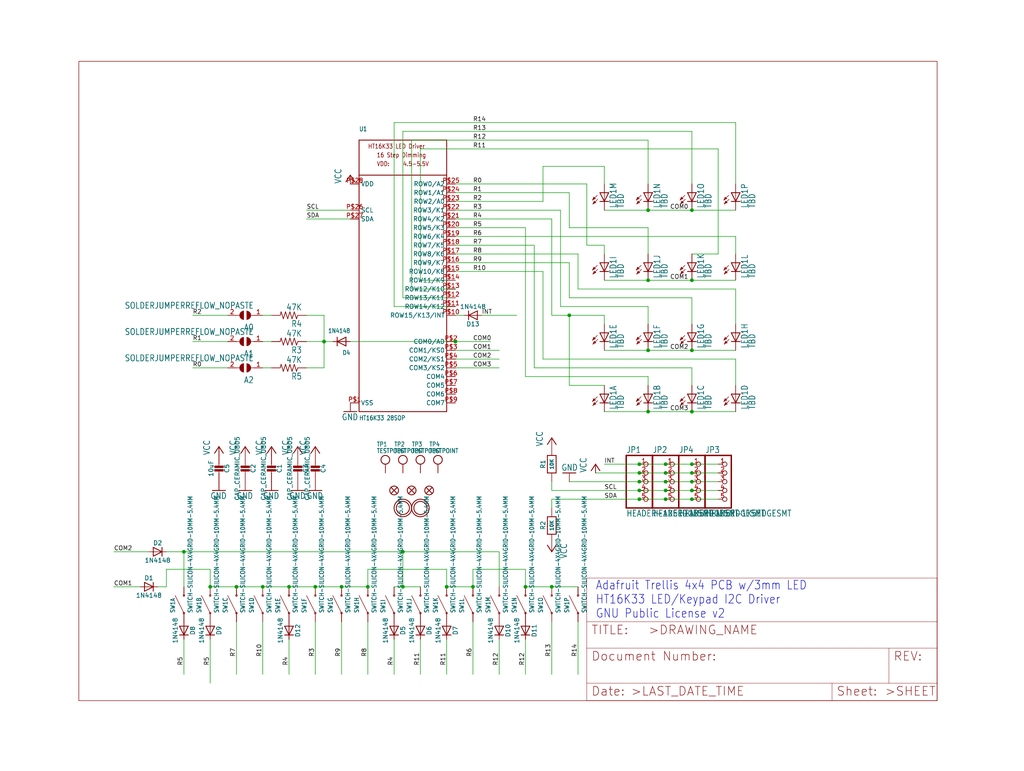
<source format=kicad_sch>
(kicad_sch (version 20211123) (generator eeschema)
  (paper "User" 297.002 223.571)
  (junction (at 185.42 139.7))
  (junction (at 76.2 170.18))
  (junction (at 200.66 60.96))
  (junction (at 200.66 134.62))
  (junction (at 187.96 60.96))
  (junction (at 116.84 170.18))
  (junction (at 185.42 144.78))
  (junction (at 165.1 91.44))
  (junction (at 200.66 101.6))
  (junction (at 129.54 170.18))
  (junction (at 91.44 170.18))
  (junction (at 187.96 119.38))
  (junction (at 60.96 170.18))
  (junction (at 193.04 142.24))
  (junction (at 193.04 139.7))
  (junction (at 200.66 142.24))
  (junction (at 187.96 101.6))
  (junction (at 99.06 170.18))
  (junction (at 200.66 139.7))
  (junction (at 137.16 170.18))
  (junction (at 116.84 160.02))
  (junction (at 200.66 137.16))
  (junction (at 187.96 81.28))
  (junction (at 200.66 81.28))
  (junction (at 193.04 137.16))
  (junction (at 83.82 170.18))
  (junction (at 193.04 144.78))
  (junction (at 200.66 119.38))
  (junction (at 200.66 144.78))
  (junction (at 68.58 170.18))
  (junction (at 152.4 170.18))
  (junction (at 185.42 137.16))
  (junction (at 193.04 134.62))
  (junction (at 132.08 99.06))
  (junction (at 53.34 160.02))
  (junction (at 185.42 142.24))
  (junction (at 185.42 134.62))
  (junction (at 93.98 99.06))
  (junction (at 160.02 170.18))
  (junction (at 106.68 170.18))
  (wire (pts (xy 200.66 144.78) (xy 208.28 144.78)))
  (wire (pts (xy 170.18 71.12) (xy 170.18 53.34)))
  (wire (pts (xy 91.44 180.34) (xy 91.44 195.58)))
  (wire (pts (xy 116.84 160.02) (xy 144.78 160.02)))
  (wire (pts (xy 160.02 170.18) (xy 167.64 170.18)))
  (wire (pts (xy 129.54 170.18) (xy 137.16 170.18)))
  (wire (pts (xy 208.28 73.66) (xy 200.66 73.66)))
  (wire (pts (xy 129.54 170.18) (xy 129.54 165.1)))
  (wire (pts (xy 162.56 88.9) (xy 162.56 60.96)))
  (wire (pts (xy 53.34 185.42) (xy 53.34 195.58)))
  (wire (pts (xy 60.96 170.18) (xy 68.58 170.18)))
  (wire (pts (xy 121.92 81.28) (xy 121.92 43.18)))
  (wire (pts (xy 116.84 170.18) (xy 121.92 170.18)))
  (wire (pts (xy 200.66 137.16) (xy 208.28 137.16)))
  (wire (pts (xy 152.4 170.18) (xy 160.02 170.18)))
  (wire (pts (xy 132.08 68.58) (xy 213.36 68.58)))
  (wire (pts (xy 116.84 38.1) (xy 200.66 38.1)))
  (wire (pts (xy 185.42 142.24) (xy 160.02 142.24)))
  (wire (pts (xy 132.08 88.9) (xy 114.3 88.9)))
  (wire (pts (xy 167.64 180.34) (xy 167.64 195.58)))
  (wire (pts (xy 152.4 66.04) (xy 132.08 66.04)))
  (wire (pts (xy 175.26 48.26) (xy 175.26 53.34)))
  (wire (pts (xy 160.02 142.24) (xy 160.02 139.7)))
  (wire (pts (xy 83.82 185.42) (xy 83.82 195.58)))
  (wire (pts (xy 200.66 139.7) (xy 208.28 139.7)))
  (wire (pts (xy 132.08 55.88) (xy 165.1 55.88)))
  (wire (pts (xy 175.26 101.6) (xy 187.96 101.6)))
  (wire (pts (xy 165.1 86.36) (xy 200.66 86.36)))
  (wire (pts (xy 53.34 160.02) (xy 116.84 160.02)))
  (wire (pts (xy 208.28 43.18) (xy 208.28 73.66)))
  (wire (pts (xy 213.36 104.14) (xy 213.36 111.76)))
  (wire (pts (xy 101.6 60.96) (xy 88.9 60.96)))
  (wire (pts (xy 175.26 119.38) (xy 187.96 119.38)))
  (wire (pts (xy 132.08 63.5) (xy 160.02 63.5)))
  (wire (pts (xy 152.4 185.42) (xy 152.4 195.58)))
  (wire (pts (xy 162.56 60.96) (xy 132.08 60.96)))
  (wire (pts (xy 106.68 180.34) (xy 106.68 195.58)))
  (wire (pts (xy 152.4 165.1) (xy 137.16 165.1)))
  (wire (pts (xy 172.72 137.16) (xy 185.42 137.16)))
  (wire (pts (xy 175.26 60.96) (xy 187.96 60.96)))
  (wire (pts (xy 187.96 60.96) (xy 200.66 60.96)))
  (wire (pts (xy 93.98 99.06) (xy 96.52 99.06)))
  (wire (pts (xy 154.94 71.12) (xy 132.08 71.12)))
  (wire (pts (xy 165.1 111.76) (xy 165.1 91.44)))
  (wire (pts (xy 154.94 106.68) (xy 200.66 106.68)))
  (wire (pts (xy 83.82 170.18) (xy 91.44 170.18)))
  (wire (pts (xy 200.66 60.96) (xy 213.36 60.96)))
  (wire (pts (xy 187.96 88.9) (xy 162.56 88.9)))
  (wire (pts (xy 185.42 139.7) (xy 193.04 139.7)))
  (wire (pts (xy 152.4 109.22) (xy 152.4 66.04)))
  (wire (pts (xy 175.26 71.12) (xy 170.18 71.12)))
  (wire (pts (xy 106.68 165.1) (xy 106.68 170.18)))
  (wire (pts (xy 78.74 99.06) (xy 76.2 99.06)))
  (wire (pts (xy 144.78 160.02) (xy 144.78 170.18)))
  (wire (pts (xy 167.64 83.82) (xy 213.36 83.82)))
  (wire (pts (xy 132.08 73.66) (xy 167.64 73.66)))
  (wire (pts (xy 200.66 86.36) (xy 200.66 93.98)))
  (wire (pts (xy 193.04 137.16) (xy 200.66 137.16)))
  (wire (pts (xy 157.48 78.74) (xy 157.48 104.14)))
  (wire (pts (xy 132.08 78.74) (xy 157.48 78.74)))
  (wire (pts (xy 132.08 101.6) (xy 144.78 101.6)))
  (wire (pts (xy 55.88 99.06) (xy 66.04 99.06)))
  (wire (pts (xy 175.26 73.66) (xy 175.26 71.12)))
  (wire (pts (xy 132.08 76.2) (xy 165.1 76.2)))
  (wire (pts (xy 213.36 68.58) (xy 213.36 73.66)))
  (wire (pts (xy 185.42 144.78) (xy 193.04 144.78)))
  (wire (pts (xy 160.02 180.34) (xy 160.02 195.58)))
  (wire (pts (xy 152.4 109.22) (xy 187.96 109.22)))
  (wire (pts (xy 160.02 91.44) (xy 165.1 91.44)))
  (wire (pts (xy 129.54 185.42) (xy 129.54 195.58)))
  (wire (pts (xy 119.38 40.64) (xy 187.96 40.64)))
  (wire (pts (xy 213.36 83.82) (xy 213.36 93.98)))
  (wire (pts (xy 121.92 185.42) (xy 121.92 195.58)))
  (wire (pts (xy 132.08 58.42) (xy 157.48 58.42)))
  (wire (pts (xy 175.26 91.44) (xy 175.26 93.98)))
  (wire (pts (xy 132.08 81.28) (xy 121.92 81.28)))
  (wire (pts (xy 139.7 91.44) (xy 149.86 91.44)))
  (wire (pts (xy 165.1 91.44) (xy 175.26 91.44)))
  (wire (pts (xy 185.42 134.62) (xy 193.04 134.62)))
  (wire (pts (xy 99.06 195.58) (xy 99.06 180.34)))
  (wire (pts (xy 91.44 170.18) (xy 99.06 170.18)))
  (wire (pts (xy 99.06 170.18) (xy 106.68 170.18)))
  (wire (pts (xy 132.08 86.36) (xy 116.84 86.36)))
  (wire (pts (xy 48.26 170.18) (xy 48.26 165.1)))
  (wire (pts (xy 185.42 144.78) (xy 160.02 144.78)))
  (wire (pts (xy 154.94 71.12) (xy 154.94 106.68)))
  (wire (pts (xy 160.02 147.32) (xy 160.02 144.78)))
  (wire (pts (xy 134.62 91.44) (xy 132.08 91.44)))
  (wire (pts (xy 119.38 83.82) (xy 119.38 40.64)))
  (wire (pts (xy 187.96 101.6) (xy 200.66 101.6)))
  (wire (pts (xy 60.96 185.42) (xy 60.96 198.12)))
  (wire (pts (xy 129.54 165.1) (xy 106.68 165.1)))
  (wire (pts (xy 137.16 195.58) (xy 137.16 180.34)))
  (wire (pts (xy 157.48 104.14) (xy 213.36 104.14)))
  (wire (pts (xy 132.08 99.06) (xy 142.24 99.06)))
  (wire (pts (xy 121.92 43.18) (xy 208.28 43.18)))
  (wire (pts (xy 187.96 66.04) (xy 187.96 73.66)))
  (wire (pts (xy 165.1 139.7) (xy 185.42 139.7)))
  (wire (pts (xy 200.66 81.28) (xy 213.36 81.28)))
  (wire (pts (xy 78.74 91.44) (xy 76.2 91.44)))
  (wire (pts (xy 68.58 170.18) (xy 76.2 170.18)))
  (wire (pts (xy 101.6 99.06) (xy 132.08 99.06)))
  (wire (pts (xy 93.98 99.06) (xy 93.98 91.44)))
  (wire (pts (xy 157.48 58.42) (xy 157.48 48.26)))
  (wire (pts (xy 200.66 134.62) (xy 208.28 134.62)))
  (wire (pts (xy 132.08 83.82) (xy 119.38 83.82)))
  (wire (pts (xy 66.04 91.44) (xy 55.88 91.44)))
  (wire (pts (xy 68.58 180.34) (xy 68.58 195.58)))
  (wire (pts (xy 76.2 106.68) (xy 78.74 106.68)))
  (wire (pts (xy 160.02 63.5) (xy 160.02 91.44)))
  (wire (pts (xy 116.84 170.18) (xy 116.84 160.02)))
  (wire (pts (xy 185.42 142.24) (xy 193.04 142.24)))
  (wire (pts (xy 93.98 91.44) (xy 88.9 91.44)))
  (wire (pts (xy 40.64 170.18) (xy 33.02 170.18)))
  (wire (pts (xy 193.04 142.24) (xy 200.66 142.24)))
  (wire (pts (xy 175.26 81.28) (xy 187.96 81.28)))
  (wire (pts (xy 132.08 104.14) (xy 144.78 104.14)))
  (wire (pts (xy 137.16 165.1) (xy 137.16 170.18)))
  (wire (pts (xy 114.3 35.56) (xy 213.36 35.56)))
  (wire (pts (xy 60.96 165.1) (xy 60.96 170.18)))
  (wire (pts (xy 200.66 142.24) (xy 208.28 142.24)))
  (wire (pts (xy 53.34 170.18) (xy 53.34 160.02)))
  (wire (pts (xy 193.04 139.7) (xy 200.66 139.7)))
  (wire (pts (xy 167.64 73.66) (xy 167.64 83.82)))
  (wire (pts (xy 193.04 144.78) (xy 200.66 144.78)))
  (wire (pts (xy 187.96 109.22) (xy 187.96 111.76)))
  (wire (pts (xy 200.66 101.6) (xy 213.36 101.6)))
  (wire (pts (xy 185.42 134.62) (xy 175.26 134.62)))
  (wire (pts (xy 200.66 38.1) (xy 200.66 53.34)))
  (wire (pts (xy 185.42 137.16) (xy 193.04 137.16)))
  (wire (pts (xy 43.18 160.02) (xy 33.02 160.02)))
  (wire (pts (xy 187.96 93.98) (xy 187.96 88.9)))
  (wire (pts (xy 114.3 88.9) (xy 114.3 35.56)))
  (wire (pts (xy 114.3 170.18) (xy 116.84 170.18)))
  (wire (pts (xy 116.84 86.36) (xy 116.84 38.1)))
  (wire (pts (xy 48.26 165.1) (xy 60.96 165.1)))
  (wire (pts (xy 175.26 111.76) (xy 165.1 111.76)))
  (wire (pts (xy 76.2 180.34) (xy 76.2 195.58)))
  (wire (pts (xy 157.48 48.26) (xy 175.26 48.26)))
  (wire (pts (xy 144.78 185.42) (xy 144.78 195.58)))
  (wire (pts (xy 187.96 40.64) (xy 187.96 53.34)))
  (wire (pts (xy 132.08 106.68) (xy 144.78 106.68)))
  (wire (pts (xy 76.2 170.18) (xy 83.82 170.18)))
  (wire (pts (xy 187.96 119.38) (xy 200.66 119.38)))
  (wire (pts (xy 200.66 119.38) (xy 213.36 119.38)))
  (wire (pts (xy 114.3 185.42) (xy 114.3 195.58)))
  (wire (pts (xy 88.9 99.06) (xy 93.98 99.06)))
  (wire (pts (xy 165.1 66.04) (xy 187.96 66.04)))
  (wire (pts (xy 45.72 170.18) (xy 48.26 170.18)))
  (wire (pts (xy 170.18 53.34) (xy 132.08 53.34)))
  (wire (pts (xy 213.36 35.56) (xy 213.36 53.34)))
  (wire (pts (xy 48.26 160.02) (xy 53.34 160.02)))
  (wire (pts (xy 66.04 106.68) (xy 55.88 106.68)))
  (wire (pts (xy 187.96 81.28) (xy 200.66 81.28)))
  (wire (pts (xy 165.1 76.2) (xy 165.1 86.36)))
  (wire (pts (xy 101.6 63.5) (xy 88.9 63.5)))
  (wire (pts (xy 152.4 170.18) (xy 152.4 165.1)))
  (wire (pts (xy 200.66 106.68) (xy 200.66 111.76)))
  (wire (pts (xy 88.9 106.68) (xy 93.98 106.68)))
  (wire (pts (xy 165.1 55.88) (xy 165.1 66.04)))
  (wire (pts (xy 93.98 106.68) (xy 93.98 99.06)))
  (wire (pts (xy 193.04 134.62) (xy 200.66 134.62)))
  (text "Adafruit Trellis 4x4 PCB w/3mm LED\nHT16K33 LED/Keypad I2C Driver\nGNU Public License v2" (at 172.72 173.99 180) (effects (font (size 2.54 2.159)) (justify left)))
  (label "R0" (at 55.88 106.68 0) (effects (font (size 1.2446 1.2446))))
  (label "R4" (at 83.82 193.04 90) (effects (font (size 1.2446 1.2446))))
  (label "R9" (at 137.16 76.2 0) (effects (font (size 1.2446 1.2446))))
  (label "R8" (at 137.16 73.66 0) (effects (font (size 1.2446 1.2446))))
  (label "R11" (at 121.92 193.04 90) (effects (font (size 1.2446 1.2446))))
  (label "COM0" (at 137.16 99.06 0) (effects (font (size 1.2446 1.2446))))
  (label "COM3" (at 137.16 106.68 0) (effects (font (size 1.2446 1.2446))))
  (label "SCL" (at 88.9 60.96 0) (effects (font (size 1.2446 1.2446))))
  (label "COM3" (at 194.31 119.38 0) (effects (font (size 1.2446 1.2446))))
  (label "COM0" (at 194.31 60.96 0) (effects (font (size 1.2446 1.2446))))
  (label "R2" (at 55.88 91.44 0) (effects (font (size 1.2446 1.2446))))
  (label "R11" (at 129.54 193.04 90) (effects (font (size 1.2446 1.2446))))
  (label "R9" (at 99.06 190.5 90) (effects (font (size 1.2446 1.2446))))
  (label "R5" (at 137.16 66.04 0) (effects (font (size 1.2446 1.2446))))
  (label "R14" (at 167.64 190.5 90) (effects (font (size 1.2446 1.2446))))
  (label "R5" (at 60.96 193.04 90) (effects (font (size 1.2446 1.2446))))
  (label "R12" (at 152.4 193.04 90) (effects (font (size 1.2446 1.2446))))
  (label "R13" (at 160.02 190.5 90) (effects (font (size 1.2446 1.2446))))
  (label "SDA" (at 175.26 144.78 0) (effects (font (size 1.2446 1.2446))))
  (label "COM1" (at 33.02 170.18 0) (effects (font (size 1.2446 1.2446))))
  (label "INT" (at 139.7 91.44 0) (effects (font (size 1.2446 1.2446))))
  (label "R2" (at 137.16 58.42 0) (effects (font (size 1.2446 1.2446))))
  (label "R11" (at 137.16 43.18 0) (effects (font (size 1.2446 1.2446))))
  (label "R8" (at 106.68 190.5 90) (effects (font (size 1.2446 1.2446))))
  (label "R10" (at 76.2 190.5 90) (effects (font (size 1.2446 1.2446))))
  (label "R1" (at 55.88 99.06 0) (effects (font (size 1.2446 1.2446))))
  (label "R4" (at 137.16 63.5 0) (effects (font (size 1.2446 1.2446))))
  (label "R3" (at 137.16 60.96 0) (effects (font (size 1.2446 1.2446))))
  (label "R0" (at 137.16 53.34 0) (effects (font (size 1.2446 1.2446))))
  (label "SCL" (at 175.26 142.24 0) (effects (font (size 1.2446 1.2446))))
  (label "R14" (at 137.16 35.56 0) (effects (font (size 1.2446 1.2446))))
  (label "R3" (at 91.44 190.5 90) (effects (font (size 1.2446 1.2446))))
  (label "R1" (at 137.16 55.88 0) (effects (font (size 1.2446 1.2446))))
  (label "COM1" (at 194.31 81.28 0) (effects (font (size 1.2446 1.2446))))
  (label "R12" (at 144.78 193.04 90) (effects (font (size 1.2446 1.2446))))
  (label "COM2" (at 33.02 160.02 0) (effects (font (size 1.2446 1.2446))))
  (label "R6" (at 137.16 190.5 90) (effects (font (size 1.2446 1.2446))))
  (label "INT" (at 175.26 134.62 0) (effects (font (size 1.2446 1.2446))))
  (label "R5" (at 53.34 193.04 90) (effects (font (size 1.2446 1.2446))))
  (label "COM1" (at 137.16 101.6 0) (effects (font (size 1.2446 1.2446))))
  (label "R7" (at 68.58 190.5 90) (effects (font (size 1.2446 1.2446))))
  (label "R4" (at 114.3 193.04 90) (effects (font (size 1.2446 1.2446))))
  (label "SDA" (at 88.9 63.5 0) (effects (font (size 1.2446 1.2446))))
  (label "COM2" (at 194.31 101.6 0) (effects (font (size 1.2446 1.2446))))
  (label "R6" (at 137.16 68.58 0) (effects (font (size 1.2446 1.2446))))
  (label "COM2" (at 137.16 104.14 0) (effects (font (size 1.2446 1.2446))))
  (label "R13" (at 137.16 38.1 0) (effects (font (size 1.2446 1.2446))))
  (label "R10" (at 137.16 78.74 0) (effects (font (size 1.2446 1.2446))))
  (label "R12" (at 137.16 40.64 0) (effects (font (size 1.2446 1.2446))))
  (label "R7" (at 137.16 71.12 0) (effects (font (size 1.2446 1.2446))))
  (symbol (lib_id "eagleSchem-eagle-import:SWITCH-SILICON-4X4GRID-10MM-5.4MM") (at 114.3 175.26 90) (unit 9)
    (property "Reference" "SW1" (at 111.76 177.8 0) (effects (font (size 1.27 1.0795)) (justify left bottom)))
    (property "Value" "SWITCH-SILICON-4X4GRID-10MM-5.4MM" (at 116.84 177.8 0) (effects (font (size 1.27 1.0795)) (justify left bottom)))
    (property "Footprint" "eagleSchem:ELAST_PAD_SQUARE_10MM_5.4MM_4X4GRID" (effects hide))
  )
  (symbol (lib_id "eagleSchem-eagle-import:SWITCH-SILICON-4X4GRID-10MM-5.4MM") (at 137.16 175.26 90) (unit 12)
    (property "Reference" "SW1" (at 134.62 177.8 0) (effects (font (size 1.27 1.0795)) (justify left bottom)))
    (property "Value" "SWITCH-SILICON-4X4GRID-10MM-5.4MM" (at 139.7 177.8 0) (effects (font (size 1.27 1.0795)) (justify left bottom)))
    (property "Footprint" "eagleSchem:ELAST_PAD_SQUARE_10MM_5.4MM_4X4GRID" (effects hide))
  )
  (symbol (lib_id "eagleSchem-eagle-import:HEADER-1X5EDGESMT") (at 187.96 139.7 0) (unit 1)
    (property "Reference" "JP1" (at 181.61 131.445 0) (effects (font (size 1.778 1.5113)) (justify left bottom)))
    (property "Value" "HEADER-1X5EDGESMT" (at 181.61 149.86 0) (effects (font (size 1.778 1.5113)) (justify left bottom)))
    (property "Footprint" "eagleSchem:1X5_SMT" (effects hide))
  )
  (symbol (lib_id "eagleSchem-eagle-import:GND") (at 91.44 142.24 0) (unit 1)
    (property "Reference" "#GND6" (effects hide))
    (property "Value" "GND" (at 88.9 144.78 0) (effects (font (size 1.778 1.5113)) (justify left bottom)))
    (property "Footprint" "eagleSchem:" (effects hide))
  )
  (symbol (lib_id "eagleSchem-eagle-import:SOLDERJUMPERREFLOW_NOPASTE") (at 71.12 91.44 180) (unit 1)
    (property "Reference" "A0" (at 73.66 93.98 0) (effects (font (size 1.778 1.5113)) (justify left bottom)))
    (property "Value" "SOLDERJUMPERREFLOW_NOPASTE" (at 73.66 87.63 0) (effects (font (size 1.778 1.5113)) (justify left bottom)))
    (property "Footprint" "eagleSchem:SOLDERJUMPER_REFLOW_NOPASTE" (effects hide))
  )
  (symbol (lib_id "eagleSchem-eagle-import:LED-3MM-4X4GRID-3MM") (at 175.26 76.2 0) (unit 9)
    (property "Reference" "LED1" (at 178.816 80.772 90) (effects (font (size 1.778 1.5113)) (justify left bottom)))
    (property "Value" "TBD" (at 180.975 80.772 90) (effects (font (size 1.778 1.5113)) (justify left bottom)))
    (property "Footprint" "eagleSchem:LED3MM-4X4GRID" (effects hide))
  )
  (symbol (lib_id "eagleSchem-eagle-import:LED-3MM-4X4GRID-3MM") (at 200.66 114.3 0) (unit 3)
    (property "Reference" "LED1" (at 204.216 118.872 90) (effects (font (size 1.778 1.5113)) (justify left bottom)))
    (property "Value" "TBD" (at 206.375 118.872 90) (effects (font (size 1.778 1.5113)) (justify left bottom)))
    (property "Footprint" "eagleSchem:LED3MM-4X4GRID" (effects hide))
  )
  (symbol (lib_id "eagleSchem-eagle-import:MOUNTINGHOLE2.5") (at 121.92 147.32 0) (unit 1)
    (property "Reference" "U$2" (effects hide))
    (property "Value" "MOUNTINGHOLE2.5" (effects hide))
    (property "Footprint" "eagleSchem:MOUNTINGHOLE_2.5_PLATED" (effects hide))
  )
  (symbol (lib_id "eagleSchem-eagle-import:DIODESOD-323") (at 60.96 182.88 270) (unit 1)
    (property "Reference" "D9" (at 63.5 182.88 0))
    (property "Value" "1N4148" (at 58.46 182.88 0))
    (property "Footprint" "eagleSchem:SOD-323" (effects hide))
  )
  (symbol (lib_id "eagleSchem-eagle-import:LED-3MM-4X4GRID-3MM") (at 200.66 96.52 0) (unit 7)
    (property "Reference" "LED1" (at 204.216 101.092 90) (effects (font (size 1.778 1.5113)) (justify left bottom)))
    (property "Value" "TBD" (at 206.375 101.092 90) (effects (font (size 1.778 1.5113)) (justify left bottom)))
    (property "Footprint" "eagleSchem:LED3MM-4X4GRID" (effects hide))
  )
  (symbol (lib_id "eagleSchem-eagle-import:SWITCH-SILICON-4X4GRID-10MM-5.4MM") (at 91.44 175.26 90) (unit 6)
    (property "Reference" "SW1" (at 88.9 177.8 0) (effects (font (size 1.27 1.0795)) (justify left bottom)))
    (property "Value" "SWITCH-SILICON-4X4GRID-10MM-5.4MM" (at 93.98 177.8 0) (effects (font (size 1.27 1.0795)) (justify left bottom)))
    (property "Footprint" "eagleSchem:ELAST_PAD_SQUARE_10MM_5.4MM_4X4GRID" (effects hide))
  )
  (symbol (lib_id "eagleSchem-eagle-import:SWITCH-SILICON-4X4GRID-10MM-5.4MM") (at 160.02 175.26 90) (unit 15)
    (property "Reference" "SW1" (at 157.48 177.8 0) (effects (font (size 1.27 1.0795)) (justify left bottom)))
    (property "Value" "SWITCH-SILICON-4X4GRID-10MM-5.4MM" (at 162.56 177.8 0) (effects (font (size 1.27 1.0795)) (justify left bottom)))
    (property "Footprint" "eagleSchem:ELAST_PAD_SQUARE_10MM_5.4MM_4X4GRID" (effects hide))
  )
  (symbol (lib_id "eagleSchem-eagle-import:RESISTOR_0805") (at 160.02 152.4 90) (unit 1)
    (property "Reference" "R2" (at 157.48 152.4 0))
    (property "Value" "10K" (at 160.02 152.4 0) (effects (font (size 1.016 1.016) bold)))
    (property "Footprint" "eagleSchem:_0805" (effects hide))
  )
  (symbol (lib_id "eagleSchem-eagle-import:SWITCH-SILICON-4X4GRID-10MM-5.4MM") (at 129.54 175.26 90) (unit 11)
    (property "Reference" "SW1" (at 127 177.8 0) (effects (font (size 1.27 1.0795)) (justify left bottom)))
    (property "Value" "SWITCH-SILICON-4X4GRID-10MM-5.4MM" (at 132.08 177.8 0) (effects (font (size 1.27 1.0795)) (justify left bottom)))
    (property "Footprint" "eagleSchem:ELAST_PAD_SQUARE_10MM_5.4MM_4X4GRID" (effects hide))
  )
  (symbol (lib_id "eagleSchem-eagle-import:HEADER-1X5EDGESMT") (at 195.58 139.7 0) (unit 1)
    (property "Reference" "JP2" (at 189.23 131.445 0) (effects (font (size 1.778 1.5113)) (justify left bottom)))
    (property "Value" "HEADER-1X5EDGESMT" (at 189.23 149.86 0) (effects (font (size 1.778 1.5113)) (justify left bottom)))
    (property "Footprint" "eagleSchem:1X5_SMT" (effects hide))
  )
  (symbol (lib_id "eagleSchem-eagle-import:VCC") (at 160.02 160.02 180) (unit 1)
    (property "Reference" "#P+4" (effects hide))
    (property "Value" "VCC" (at 162.56 157.48 90) (effects (font (size 1.778 1.5113)) (justify left bottom)))
    (property "Footprint" "eagleSchem:" (effects hide))
  )
  (symbol (lib_id "eagleSchem-eagle-import:TESTPOINT") (at 116.84 137.16 0) (unit 1)
    (property "Reference" "TP2" (at 114.3 129.54 0) (effects (font (size 1.27 1.0795)) (justify left bottom)))
    (property "Value" "TESTPOINT" (at 114.3 131.445 0) (effects (font (size 1.27 1.0795)) (justify left bottom)))
    (property "Footprint" "eagleSchem:TESTPOINT_SMT" (effects hide))
  )
  (symbol (lib_id "eagleSchem-eagle-import:LED-3MM-4X4GRID-3MM") (at 213.36 76.2 0) (unit 12)
    (property "Reference" "LED1" (at 216.916 80.772 90) (effects (font (size 1.778 1.5113)) (justify left bottom)))
    (property "Value" "TBD" (at 219.075 80.772 90) (effects (font (size 1.778 1.5113)) (justify left bottom)))
    (property "Footprint" "eagleSchem:LED3MM-4X4GRID" (effects hide))
  )
  (symbol (lib_id "eagleSchem-eagle-import:VCC") (at 172.72 134.62 0) (unit 1)
    (property "Reference" "#P+2" (effects hide))
    (property "Value" "VCC" (at 170.18 137.16 90) (effects (font (size 1.778 1.5113)) (justify left bottom)))
    (property "Footprint" "eagleSchem:" (effects hide))
  )
  (symbol (lib_id "eagleSchem-eagle-import:LED-3MM-4X4GRID-3MM") (at 187.96 114.3 0) (unit 2)
    (property "Reference" "LED1" (at 191.516 118.872 90) (effects (font (size 1.778 1.5113)) (justify left bottom)))
    (property "Value" "TBD" (at 193.675 118.872 90) (effects (font (size 1.778 1.5113)) (justify left bottom)))
    (property "Footprint" "eagleSchem:LED3MM-4X4GRID" (effects hide))
  )
  (symbol (lib_id "eagleSchem-eagle-import:FIDUCIAL{dblquote}{dblquote}") (at 114.3 142.24 0) (unit 1)
    (property "Reference" "FID2" (effects hide))
    (property "Value" "FIDUCIAL{dblquote}{dblquote}" (effects hide))
    (property "Footprint" "eagleSchem:FIDUCIAL_1MM" (effects hide))
  )
  (symbol (lib_id "eagleSchem-eagle-import:VCC") (at 86.36 129.54 0) (unit 1)
    (property "Reference" "#P+7" (effects hide))
    (property "Value" "VCC" (at 83.82 132.08 90) (effects (font (size 1.778 1.5113)) (justify left bottom)))
    (property "Footprint" "eagleSchem:" (effects hide))
  )
  (symbol (lib_id "eagleSchem-eagle-import:VCC") (at 78.74 129.54 0) (unit 1)
    (property "Reference" "#P+6" (effects hide))
    (property "Value" "VCC" (at 76.2 132.08 90) (effects (font (size 1.778 1.5113)) (justify left bottom)))
    (property "Footprint" "eagleSchem:" (effects hide))
  )
  (symbol (lib_id "eagleSchem-eagle-import:VCC") (at 71.12 129.54 0) (unit 1)
    (property "Reference" "#P+5" (effects hide))
    (property "Value" "VCC" (at 68.58 132.08 90) (effects (font (size 1.778 1.5113)) (justify left bottom)))
    (property "Footprint" "eagleSchem:" (effects hide))
  )
  (symbol (lib_id "eagleSchem-eagle-import:SWITCH-SILICON-4X4GRID-10MM-5.4MM") (at 76.2 175.26 90) (unit 4)
    (property "Reference" "SW1" (at 73.66 177.8 0) (effects (font (size 1.27 1.0795)) (justify left bottom)))
    (property "Value" "SWITCH-SILICON-4X4GRID-10MM-5.4MM" (at 78.74 177.8 0) (effects (font (size 1.27 1.0795)) (justify left bottom)))
    (property "Footprint" "eagleSchem:ELAST_PAD_SQUARE_10MM_5.4MM_4X4GRID" (effects hide))
  )
  (symbol (lib_id "eagleSchem-eagle-import:DIODESOD-323") (at 53.34 182.88 270) (unit 1)
    (property "Reference" "D8" (at 55.88 182.88 0))
    (property "Value" "1N4148" (at 50.84 182.88 0))
    (property "Footprint" "eagleSchem:SOD-323" (effects hide))
  )
  (symbol (lib_id "eagleSchem-eagle-import:LED-3MM-4X4GRID-3MM") (at 213.36 114.3 0) (unit 4)
    (property "Reference" "LED1" (at 216.916 118.872 90) (effects (font (size 1.778 1.5113)) (justify left bottom)))
    (property "Value" "TBD" (at 219.075 118.872 90) (effects (font (size 1.778 1.5113)) (justify left bottom)))
    (property "Footprint" "eagleSchem:LED3MM-4X4GRID" (effects hide))
  )
  (symbol (lib_id "eagleSchem-eagle-import:RESISTOR_0805") (at 160.02 134.62 90) (unit 1)
    (property "Reference" "R1" (at 157.48 134.62 0))
    (property "Value" "10K" (at 160.02 134.62 0) (effects (font (size 1.016 1.016) bold)))
    (property "Footprint" "eagleSchem:_0805" (effects hide))
  )
  (symbol (lib_id "eagleSchem-eagle-import:DIODESOD-323") (at 43.18 170.18 0) (unit 1)
    (property "Reference" "D1" (at 43.18 167.64 0))
    (property "Value" "1N4148" (at 43.18 172.68 0))
    (property "Footprint" "eagleSchem:SOD-323" (effects hide))
  )
  (symbol (lib_id "eagleSchem-eagle-import:FIDUCIAL{dblquote}{dblquote}") (at 124.46 142.24 0) (unit 1)
    (property "Reference" "FID1" (effects hide))
    (property "Value" "FIDUCIAL{dblquote}{dblquote}" (effects hide))
    (property "Footprint" "eagleSchem:FIDUCIAL_1MM" (effects hide))
  )
  (symbol (lib_id "eagleSchem-eagle-import:LED-3MM-4X4GRID-3MM") (at 213.36 96.52 0) (unit 8)
    (property "Reference" "LED1" (at 216.916 101.092 90) (effects (font (size 1.778 1.5113)) (justify left bottom)))
    (property "Value" "TBD" (at 219.075 101.092 90) (effects (font (size 1.778 1.5113)) (justify left bottom)))
    (property "Footprint" "eagleSchem:LED3MM-4X4GRID" (effects hide))
  )
  (symbol (lib_id "eagleSchem-eagle-import:LED-3MM-4X4GRID-3MM") (at 187.96 76.2 0) (unit 10)
    (property "Reference" "LED1" (at 191.516 80.772 90) (effects (font (size 1.778 1.5113)) (justify left bottom)))
    (property "Value" "TBD" (at 193.675 80.772 90) (effects (font (size 1.778 1.5113)) (justify left bottom)))
    (property "Footprint" "eagleSchem:LED3MM-4X4GRID" (effects hide))
  )
  (symbol (lib_id "eagleSchem-eagle-import:CAP_CERAMIC_0805") (at 91.44 134.62 180) (unit 1)
    (property "Reference" "C4" (at 93.73 135.87 90))
    (property "Value" "CAP_CERAMIC_0805" (at 89.14 135.87 90))
    (property "Footprint" "eagleSchem:_0805" (effects hide))
  )
  (symbol (lib_id "eagleSchem-eagle-import:GND") (at 71.12 142.24 0) (unit 1)
    (property "Reference" "#GND4" (effects hide))
    (property "Value" "GND" (at 68.58 144.78 0) (effects (font (size 1.778 1.5113)) (justify left bottom)))
    (property "Footprint" "eagleSchem:" (effects hide))
  )
  (symbol (lib_id "eagleSchem-eagle-import:HT16K33_SOP28") (at 116.84 78.74 0) (unit 1)
    (property "Reference" "U1" (at 104.14 38.1 0) (effects (font (size 1.27 1.0795)) (justify left bottom)))
    (property "Value" "HT16K33 28SOP" (at 104.14 121.92 0) (effects (font (size 1.27 1.0795)) (justify left bottom)))
    (property "Footprint" "eagleSchem:SOP28_300MIL" (effects hide))
  )
  (symbol (lib_id "eagleSchem-eagle-import:CAP_CERAMIC_0805") (at 78.74 134.62 180) (unit 1)
    (property "Reference" "C1" (at 81.03 135.87 90))
    (property "Value" "CAP_CERAMIC_0805" (at 76.44 135.87 90))
    (property "Footprint" "eagleSchem:_0805" (effects hide))
  )
  (symbol (lib_id "eagleSchem-eagle-import:LED-3MM-4X4GRID-3MM") (at 175.26 96.52 0) (unit 5)
    (property "Reference" "LED1" (at 178.816 101.092 90) (effects (font (size 1.778 1.5113)) (justify left bottom)))
    (property "Value" "TBD" (at 180.975 101.092 90) (effects (font (size 1.778 1.5113)) (justify left bottom)))
    (property "Footprint" "eagleSchem:LED3MM-4X4GRID" (effects hide))
  )
  (symbol (lib_id "eagleSchem-eagle-import:LED-3MM-4X4GRID-3MM") (at 187.96 55.88 0) (unit 14)
    (property "Reference" "LED1" (at 191.516 60.452 90) (effects (font (size 1.778 1.5113)) (justify left bottom)))
    (property "Value" "TBD" (at 193.675 60.452 90) (effects (font (size 1.778 1.5113)) (justify left bottom)))
    (property "Footprint" "eagleSchem:LED3MM-4X4GRID" (effects hide))
  )
  (symbol (lib_id "eagleSchem-eagle-import:CAP_CERAMIC_0805") (at 71.12 134.62 180) (unit 1)
    (property "Reference" "C2" (at 73.41 135.87 90))
    (property "Value" "CAP_CERAMIC_0805" (at 68.82 135.87 90))
    (property "Footprint" "eagleSchem:_0805" (effects hide))
  )
  (symbol (lib_id "eagleSchem-eagle-import:DIODESOD-323") (at 129.54 182.88 270) (unit 1)
    (property "Reference" "D7" (at 132.08 182.88 0))
    (property "Value" "1N4148" (at 127.04 182.88 0))
    (property "Footprint" "eagleSchem:SOD-323" (effects hide))
  )
  (symbol (lib_id "eagleSchem-eagle-import:DIODESOD-323") (at 152.4 182.88 270) (unit 1)
    (property "Reference" "D11" (at 154.94 182.88 0))
    (property "Value" "1N4148" (at 149.9 182.88 0))
    (property "Footprint" "eagleSchem:SOD-323" (effects hide))
  )
  (symbol (lib_id "eagleSchem-eagle-import:GND") (at 78.74 142.24 0) (unit 1)
    (property "Reference" "#GND3" (effects hide))
    (property "Value" "GND" (at 76.2 144.78 0) (effects (font (size 1.778 1.5113)) (justify left bottom)))
    (property "Footprint" "eagleSchem:" (effects hide))
  )
  (symbol (lib_id "eagleSchem-eagle-import:R-US_R0805") (at 83.82 106.68 180) (unit 1)
    (property "Reference" "R5" (at 87.63 108.1786 0) (effects (font (size 1.778 1.5113)) (justify left bottom)))
    (property "Value" "47K" (at 87.63 103.378 0) (effects (font (size 1.778 1.5113)) (justify left bottom)))
    (property "Footprint" "eagleSchem:R0805" (effects hide))
  )
  (symbol (lib_id "eagleSchem-eagle-import:LED-3MM-4X4GRID-3MM") (at 175.26 114.3 0) (unit 1)
    (property "Reference" "LED1" (at 178.816 118.872 90) (effects (font (size 1.778 1.5113)) (justify left bottom)))
    (property "Value" "TBD" (at 180.975 118.872 90) (effects (font (size 1.778 1.5113)) (justify left bottom)))
    (property "Footprint" "eagleSchem:LED3MM-4X4GRID" (effects hide))
  )
  (symbol (lib_id "eagleSchem-eagle-import:SOLDERJUMPERREFLOW_NOPASTE") (at 71.12 99.06 180) (unit 1)
    (property "Reference" "A1" (at 73.66 101.6 0) (effects (font (size 1.778 1.5113)) (justify left bottom)))
    (property "Value" "SOLDERJUMPERREFLOW_NOPASTE" (at 73.66 95.25 0) (effects (font (size 1.778 1.5113)) (justify left bottom)))
    (property "Footprint" "eagleSchem:SOLDERJUMPER_REFLOW_NOPASTE" (effects hide))
  )
  (symbol (lib_id "eagleSchem-eagle-import:R-US_R0805") (at 83.82 91.44 180) (unit 1)
    (property "Reference" "R4" (at 87.63 92.9386 0) (effects (font (size 1.778 1.5113)) (justify left bottom)))
    (property "Value" "47K" (at 87.63 88.138 0) (effects (font (size 1.778 1.5113)) (justify left bottom)))
    (property "Footprint" "eagleSchem:R0805" (effects hide))
  )
  (symbol (lib_id "eagleSchem-eagle-import:SWITCH-SILICON-4X4GRID-10MM-5.4MM") (at 60.96 175.26 90) (unit 2)
    (property "Reference" "SW1" (at 58.42 177.8 0) (effects (font (size 1.27 1.0795)) (justify left bottom)))
    (property "Value" "SWITCH-SILICON-4X4GRID-10MM-5.4MM" (at 63.5 177.8 0) (effects (font (size 1.27 1.0795)) (justify left bottom)))
    (property "Footprint" "eagleSchem:ELAST_PAD_SQUARE_10MM_5.4MM_4X4GRID" (effects hide))
  )
  (symbol (lib_id "eagleSchem-eagle-import:DIODESOD-323F") (at 99.06 99.06 180) (unit 1)
    (property "Reference" "D4" (at 101.6 101.6 0) (effects (font (size 1.27 1.0795)) (justify left bottom)))
    (property "Value" "1N4148" (at 101.6 95.25 0) (effects (font (size 1.27 1.0795)) (justify left bottom)))
    (property "Footprint" "eagleSchem:SOD-323F" (effects hide))
  )
  (symbol (lib_id "eagleSchem-eagle-import:SWITCH-SILICON-4X4GRID-10MM-5.4MM") (at 83.82 175.26 90) (unit 5)
    (property "Reference" "SW1" (at 81.28 177.8 0) (effects (font (size 1.27 1.0795)) (justify left bottom)))
    (property "Value" "SWITCH-SILICON-4X4GRID-10MM-5.4MM" (at 86.36 177.8 0) (effects (font (size 1.27 1.0795)) (justify left bottom)))
    (property "Footprint" "eagleSchem:ELAST_PAD_SQUARE_10MM_5.4MM_4X4GRID" (effects hide))
  )
  (symbol (lib_id "eagleSchem-eagle-import:HEADER-1X5EDGESMT") (at 203.2 139.7 0) (unit 1)
    (property "Reference" "JP4" (at 196.85 131.445 0) (effects (font (size 1.778 1.5113)) (justify left bottom)))
    (property "Value" "HEADER-1X5EDGESMT" (at 196.85 149.86 0) (effects (font (size 1.778 1.5113)) (justify left bottom)))
    (property "Footprint" "eagleSchem:1X5_SMT" (effects hide))
  )
  (symbol (lib_id "eagleSchem-eagle-import:LETTER_L") (at 22.86 203.2 0) (unit 1)
    (property "Reference" "#FRAME1" (effects hide))
    (property "Value" "LETTER_L" (effects hide))
    (property "Footprint" "eagleSchem:" (effects hide))
  )
  (symbol (lib_id "eagleSchem-eagle-import:DIODESOD-323") (at 114.3 182.88 270) (unit 1)
    (property "Reference" "D5" (at 116.84 182.88 0))
    (property "Value" "1N4148" (at 111.8 182.88 0))
    (property "Footprint" "eagleSchem:SOD-323" (effects hide))
  )
  (symbol (lib_id "eagleSchem-eagle-import:DIODESOD-323") (at 144.78 182.88 270) (unit 1)
    (property "Reference" "D10" (at 147.32 182.88 0))
    (property "Value" "1N4148" (at 142.28 182.88 0))
    (property "Footprint" "eagleSchem:SOD-323" (effects hide))
  )
  (symbol (lib_id "eagleSchem-eagle-import:GND") (at 86.36 142.24 0) (unit 1)
    (property "Reference" "#GND5" (effects hide))
    (property "Value" "GND" (at 83.82 144.78 0) (effects (font (size 1.778 1.5113)) (justify left bottom)))
    (property "Footprint" "eagleSchem:" (effects hide))
  )
  (symbol (lib_id "eagleSchem-eagle-import:DIODESOD-323") (at 45.72 160.02 0) (unit 1)
    (property "Reference" "D2" (at 45.72 157.48 0))
    (property "Value" "1N4148" (at 45.72 162.52 0))
    (property "Footprint" "eagleSchem:SOD-323" (effects hide))
  )
  (symbol (lib_id "eagleSchem-eagle-import:CAP_CERAMIC_0805") (at 86.36 134.62 180) (unit 1)
    (property "Reference" "C3" (at 88.65 135.87 90))
    (property "Value" "CAP_CERAMIC_0805" (at 84.06 135.87 90))
    (property "Footprint" "eagleSchem:_0805" (effects hide))
  )
  (symbol (lib_id "eagleSchem-eagle-import:MOUNTINGHOLE2.5") (at 116.84 147.32 0) (unit 1)
    (property "Reference" "U$1" (effects hide))
    (property "Value" "MOUNTINGHOLE2.5" (effects hide))
    (property "Footprint" "eagleSchem:MOUNTINGHOLE_2.5_PLATED" (effects hide))
  )
  (symbol (lib_id "eagleSchem-eagle-import:DIODESOD-323") (at 121.92 182.88 270) (unit 1)
    (property "Reference" "D6" (at 124.46 182.88 0))
    (property "Value" "1N4148" (at 119.42 182.88 0))
    (property "Footprint" "eagleSchem:SOD-323" (effects hide))
  )
  (symbol (lib_id "eagleSchem-eagle-import:DIODESOD-323") (at 83.82 182.88 270) (unit 1)
    (property "Reference" "D12" (at 86.36 182.88 0))
    (property "Value" "1N4148" (at 81.32 182.88 0))
    (property "Footprint" "eagleSchem:SOD-323" (effects hide))
  )
  (symbol (lib_id "eagleSchem-eagle-import:VCC") (at 63.5 129.54 0) (unit 1)
    (property "Reference" "#P+9" (effects hide))
    (property "Value" "VCC" (at 60.96 132.08 90) (effects (font (size 1.778 1.5113)) (justify left bottom)))
    (property "Footprint" "eagleSchem:" (effects hide))
  )
  (symbol (lib_id "eagleSchem-eagle-import:SOLDERJUMPERREFLOW_NOPASTE") (at 71.12 106.68 180) (unit 1)
    (property "Reference" "A2" (at 73.66 109.22 0) (effects (font (size 1.778 1.5113)) (justify left bottom)))
    (property "Value" "SOLDERJUMPERREFLOW_NOPASTE" (at 73.66 102.87 0) (effects (font (size 1.778 1.5113)) (justify left bottom)))
    (property "Footprint" "eagleSchem:SOLDERJUMPER_REFLOW_NOPASTE" (effects hide))
  )
  (symbol (lib_id "eagleSchem-eagle-import:LED-3MM-4X4GRID-3MM") (at 213.36 55.88 0) (unit 16)
    (property "Reference" "LED1" (at 216.916 60.452 90) (effects (font (size 1.778 1.5113)) (justify left bottom)))
    (property "Value" "TBD" (at 219.075 60.452 90) (effects (font (size 1.778 1.5113)) (justify left bottom)))
    (property "Footprint" "eagleSchem:LED3MM-4X4GRID" (effects hide))
  )
  (symbol (lib_id "eagleSchem-eagle-import:LETTER_L") (at 170.18 203.2 0) (unit 2)
    (property "Reference" "#FRAME1" (effects hide))
    (property "Value" "LETTER_L" (effects hide))
    (property "Footprint" "eagleSchem:" (effects hide))
  )
  (symbol (lib_id "eagleSchem-eagle-import:SWITCH-SILICON-4X4GRID-10MM-5.4MM") (at 99.06 175.26 90) (unit 7)
    (property "Reference" "SW1" (at 96.52 177.8 0) (effects (font (size 1.27 1.0795)) (justify left bottom)))
    (property "Value" "SWITCH-SILICON-4X4GRID-10MM-5.4MM" (at 101.6 177.8 0) (effects (font (size 1.27 1.0795)) (justify left bottom)))
    (property "Footprint" "eagleSchem:ELAST_PAD_SQUARE_10MM_5.4MM_4X4GRID" (effects hide))
  )
  (symbol (lib_id "eagleSchem-eagle-import:TESTPOINT") (at 121.92 137.16 0) (unit 1)
    (property "Reference" "TP3" (at 119.38 129.54 0) (effects (font (size 1.27 1.0795)) (justify left bottom)))
    (property "Value" "TESTPOINT" (at 119.38 131.445 0) (effects (font (size 1.27 1.0795)) (justify left bottom)))
    (property "Footprint" "eagleSchem:TESTPOINT_SMT" (effects hide))
  )
  (symbol (lib_id "eagleSchem-eagle-import:SWITCH-SILICON-4X4GRID-10MM-5.4MM") (at 144.78 175.26 90) (unit 13)
    (property "Reference" "SW1" (at 142.24 177.8 0) (effects (font (size 1.27 1.0795)) (justify left bottom)))
    (property "Value" "SWITCH-SILICON-4X4GRID-10MM-5.4MM" (at 147.32 177.8 0) (effects (font (size 1.27 1.0795)) (justify left bottom)))
    (property "Footprint" "eagleSchem:ELAST_PAD_SQUARE_10MM_5.4MM_4X4GRID" (effects hide))
  )
  (symbol (lib_id "eagleSchem-eagle-import:HEADER-1X5EDGESMT") (at 210.82 139.7 0) (unit 1)
    (property "Reference" "JP3" (at 204.47 131.445 0) (effects (font (size 1.778 1.5113)) (justify left bottom)))
    (property "Value" "HEADER-1X5EDGESMT" (at 204.47 149.86 0) (effects (font (size 1.778 1.5113)) (justify left bottom)))
    (property "Footprint" "eagleSchem:1X5_SMT" (effects hide))
  )
  (symbol (lib_id "eagleSchem-eagle-import:GND") (at 101.6 119.38 0) (unit 1)
    (property "Reference" "#GND1" (effects hide))
    (property "Value" "GND" (at 99.06 121.92 0) (effects (font (size 1.778 1.5113)) (justify left bottom)))
    (property "Footprint" "eagleSchem:" (effects hide))
  )
  (symbol (lib_id "eagleSchem-eagle-import:GND") (at 63.5 142.24 0) (unit 1)
    (property "Reference" "#GND7" (effects hide))
    (property "Value" "GND" (at 60.96 144.78 0) (effects (font (size 1.778 1.5113)) (justify left bottom)))
    (property "Footprint" "eagleSchem:" (effects hide))
  )
  (symbol (lib_id "eagleSchem-eagle-import:SWITCH-SILICON-4X4GRID-10MM-5.4MM") (at 167.64 175.26 90) (unit 16)
    (property "Reference" "SW1" (at 165.1 177.8 0) (effects (font (size 1.27 1.0795)) (justify left bottom)))
    (property "Value" "SWITCH-SILICON-4X4GRID-10MM-5.4MM" (at 170.18 177.8 0) (effects (font (size 1.27 1.0795)) (justify left bottom)))
    (property "Footprint" "eagleSchem:ELAST_PAD_SQUARE_10MM_5.4MM_4X4GRID" (effects hide))
  )
  (symbol (lib_id "eagleSchem-eagle-import:SWITCH-SILICON-4X4GRID-10MM-5.4MM") (at 152.4 175.26 90) (unit 14)
    (property "Reference" "SW1" (at 149.86 177.8 0) (effects (font (size 1.27 1.0795)) (justify left bottom)))
    (property "Value" "SWITCH-SILICON-4X4GRID-10MM-5.4MM" (at 154.94 177.8 0) (effects (font (size 1.27 1.0795)) (justify left bottom)))
    (property "Footprint" "eagleSchem:ELAST_PAD_SQUARE_10MM_5.4MM_4X4GRID" (effects hide))
  )
  (symbol (lib_id "eagleSchem-eagle-import:FIDUCIAL{dblquote}{dblquote}") (at 119.38 142.24 0) (unit 1)
    (property "Reference" "FID3" (effects hide))
    (property "Value" "FIDUCIAL{dblquote}{dblquote}" (effects hide))
    (property "Footprint" "eagleSchem:FIDUCIAL_1MM" (effects hide))
  )
  (symbol (lib_id "eagleSchem-eagle-import:TESTPOINT") (at 111.76 137.16 0) (unit 1)
    (property "Reference" "TP1" (at 109.22 129.54 0) (effects (font (size 1.27 1.0795)) (justify left bottom)))
    (property "Value" "TESTPOINT" (at 109.22 131.445 0) (effects (font (size 1.27 1.0795)) (justify left bottom)))
    (property "Footprint" "eagleSchem:TESTPOINT_SMT" (effects hide))
  )
  (symbol (lib_id "eagleSchem-eagle-import:SWITCH-SILICON-4X4GRID-10MM-5.4MM") (at 106.68 175.26 90) (unit 8)
    (property "Reference" "SW1" (at 104.14 177.8 0) (effects (font (size 1.27 1.0795)) (justify left bottom)))
    (property "Value" "SWITCH-SILICON-4X4GRID-10MM-5.4MM" (at 109.22 177.8 0) (effects (font (size 1.27 1.0795)) (justify left bottom)))
    (property "Footprint" "eagleSchem:ELAST_PAD_SQUARE_10MM_5.4MM_4X4GRID" (effects hide))
  )
  (symbol (lib_id "eagleSchem-eagle-import:CAP_CERAMIC_0805") (at 63.5 134.62 180) (unit 1)
    (property "Reference" "C5" (at 65.79 135.87 90))
    (property "Value" "10uF" (at 61.2 135.87 90))
    (property "Footprint" "eagleSchem:_0805" (effects hide))
  )
  (symbol (lib_id "eagleSchem-eagle-import:GND") (at 165.1 137.16 180) (unit 1)
    (property "Reference" "#GND2" (effects hide))
    (property "Value" "GND" (at 167.64 134.62 0) (effects (font (size 1.778 1.5113)) (justify left bottom)))
    (property "Footprint" "eagleSchem:" (effects hide))
  )
  (symbol (lib_id "eagleSchem-eagle-import:VCC") (at 101.6 50.8 0) (unit 1)
    (property "Reference" "#P+1" (effects hide))
    (property "Value" "VCC" (at 99.06 53.34 90) (effects (font (size 1.778 1.5113)) (justify left bottom)))
    (property "Footprint" "eagleSchem:" (effects hide))
  )
  (symbol (lib_id "eagleSchem-eagle-import:LED-3MM-4X4GRID-3MM") (at 175.26 55.88 0) (unit 13)
    (property "Reference" "LED1" (at 178.816 60.452 90) (effects (font (size 1.778 1.5113)) (justify left bottom)))
    (property "Value" "TBD" (at 180.975 60.452 90) (effects (font (size 1.778 1.5113)) (justify left bottom)))
    (property "Footprint" "eagleSchem:LED3MM-4X4GRID" (effects hide))
  )
  (symbol (lib_id "eagleSchem-eagle-import:R-US_R0805") (at 83.82 99.06 180) (unit 1)
    (property "Reference" "R3" (at 87.63 100.5586 0) (effects (font (size 1.778 1.5113)) (justify left bottom)))
    (property "Value" "47K" (at 87.63 95.758 0) (effects (font (size 1.778 1.5113)) (justify left bottom)))
    (property "Footprint" "eagleSchem:R0805" (effects hide))
  )
  (symbol (lib_id "eagleSchem-eagle-import:DIODESOD-323") (at 137.16 91.44 180) (unit 1)
    (property "Reference" "D13" (at 137.16 93.98 0))
    (property "Value" "1N4148" (at 137.16 88.94 0))
    (property "Footprint" "eagleSchem:SOD-323" (effects hide))
  )
  (symbol (lib_id "eagleSchem-eagle-import:TESTPOINT") (at 127 137.16 0) (unit 1)
    (property "Reference" "TP4" (at 124.46 129.54 0) (effects (font (size 1.27 1.0795)) (justify left bottom)))
    (property "Value" "TESTPOINT" (at 124.46 131.445 0) (effects (font (size 1.27 1.0795)) (justify left bottom)))
    (property "Footprint" "eagleSchem:TESTPOINT_SMT" (effects hide))
  )
  (symbol (lib_id "eagleSchem-eagle-import:VCC") (at 91.44 129.54 0) (unit 1)
    (property "Reference" "#P+8" (effects hide))
    (property "Value" "VCC" (at 88.9 132.08 90) (effects (font (size 1.778 1.5113)) (justify left bottom)))
    (property "Footprint" "eagleSchem:" (effects hide))
  )
  (symbol (lib_id "eagleSchem-eagle-import:SWITCH-SILICON-4X4GRID-10MM-5.4MM") (at 53.34 175.26 90) (unit 1)
    (property "Reference" "SW1" (at 50.8 177.8 0) (effects (font (size 1.27 1.0795)) (justify left bottom)))
    (property "Value" "SWITCH-SILICON-4X4GRID-10MM-5.4MM" (at 55.88 177.8 0) (effects (font (size 1.27 1.0795)) (justify left bottom)))
    (property "Footprint" "eagleSchem:ELAST_PAD_SQUARE_10MM_5.4MM_4X4GRID" (effects hide))
  )
  (symbol (lib_id "eagleSchem-eagle-import:LED-3MM-4X4GRID-3MM") (at 200.66 55.88 0) (unit 15)
    (property "Reference" "LED1" (at 204.216 60.452 90) (effects (font (size 1.778 1.5113)) (justify left bottom)))
    (property "Value" "TBD" (at 206.375 60.452 90) (effects (font (size 1.778 1.5113)) (justify left bottom)))
    (property "Footprint" "eagleSchem:LED3MM-4X4GRID" (effects hide))
  )
  (symbol (lib_id "eagleSchem-eagle-import:SWITCH-SILICON-4X4GRID-10MM-5.4MM") (at 121.92 175.26 90) (unit 10)
    (property "Reference" "SW1" (at 119.38 177.8 0) (effects (font (size 1.27 1.0795)) (justify left bottom)))
    (property "Value" "SWITCH-SILICON-4X4GRID-10MM-5.4MM" (at 124.46 177.8 0) (effects (font (size 1.27 1.0795)) (justify left bottom)))
    (property "Footprint" "eagleSchem:ELAST_PAD_SQUARE_10MM_5.4MM_4X4GRID" (effects hide))
  )
  (symbol (lib_id "eagleSchem-eagle-import:LED-3MM-4X4GRID-3MM") (at 187.96 96.52 0) (unit 6)
    (property "Reference" "LED1" (at 191.516 101.092 90) (effects (font (size 1.778 1.5113)) (justify left bottom)))
    (property "Value" "TBD" (at 193.675 101.092 90) (effects (font (size 1.778 1.5113)) (justify left bottom)))
    (property "Footprint" "eagleSchem:LED3MM-4X4GRID" (effects hide))
  )
  (symbol (lib_id "eagleSchem-eagle-import:VCC") (at 160.02 127 0) (unit 1)
    (property "Reference" "#P+3" (effects hide))
    (property "Value" "VCC" (at 157.48 129.54 90) (effects (font (size 1.778 1.5113)) (justify left bottom)))
    (property "Footprint" "eagleSchem:" (effects hide))
  )
  (symbol (lib_id "eagleSchem-eagle-import:SWITCH-SILICON-4X4GRID-10MM-5.4MM") (at 68.58 175.26 90) (unit 3)
    (property "Reference" "SW1" (at 66.04 177.8 0) (effects (font (size 1.27 1.0795)) (justify left bottom)))
    (property "Value" "SWITCH-SILICON-4X4GRID-10MM-5.4MM" (at 71.12 177.8 0) (effects (font (size 1.27 1.0795)) (justify left bottom)))
    (property "Footprint" "eagleSchem:ELAST_PAD_SQUARE_10MM_5.4MM_4X4GRID" (effects hide))
  )
  (symbol (lib_id "eagleSchem-eagle-import:LED-3MM-4X4GRID-3MM") (at 200.66 76.2 0) (unit 11)
    (property "Reference" "LED1" (at 204.216 80.772 90) (effects (font (size 1.778 1.5113)) (justify left bottom)))
    (property "Value" "TBD" (at 206.375 80.772 90) (effects (font (size 1.778 1.5113)) (justify left bottom)))
    (property "Footprint" "eagleSchem:LED3MM-4X4GRID" (effects hide))
  )
)
</source>
